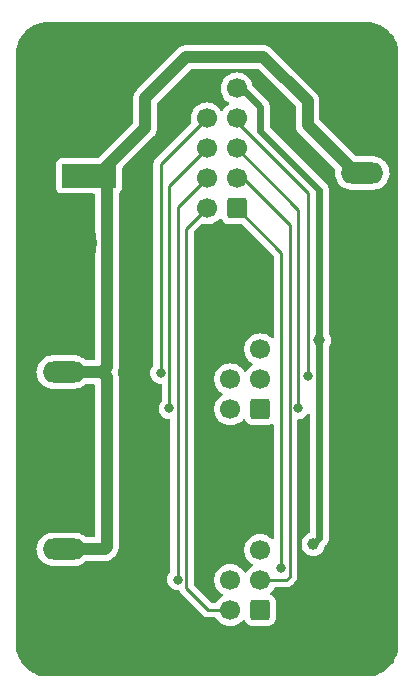
<source format=gbr>
%TF.GenerationSoftware,KiCad,Pcbnew,(7.0.0)*%
%TF.CreationDate,2023-04-03T13:39:18+09:00*%
%TF.ProjectId,STEP800_brakeConverter,53544550-3830-4305-9f62-72616b65436f,rev?*%
%TF.SameCoordinates,Original*%
%TF.FileFunction,Copper,L1,Top*%
%TF.FilePolarity,Positive*%
%FSLAX46Y46*%
G04 Gerber Fmt 4.6, Leading zero omitted, Abs format (unit mm)*
G04 Created by KiCad (PCBNEW (7.0.0)) date 2023-04-03 13:39:18*
%MOMM*%
%LPD*%
G01*
G04 APERTURE LIST*
G04 Aperture macros list*
%AMRoundRect*
0 Rectangle with rounded corners*
0 $1 Rounding radius*
0 $2 $3 $4 $5 $6 $7 $8 $9 X,Y pos of 4 corners*
0 Add a 4 corners polygon primitive as box body*
4,1,4,$2,$3,$4,$5,$6,$7,$8,$9,$2,$3,0*
0 Add four circle primitives for the rounded corners*
1,1,$1+$1,$2,$3*
1,1,$1+$1,$4,$5*
1,1,$1+$1,$6,$7*
1,1,$1+$1,$8,$9*
0 Add four rect primitives between the rounded corners*
20,1,$1+$1,$2,$3,$4,$5,0*
20,1,$1+$1,$4,$5,$6,$7,0*
20,1,$1+$1,$6,$7,$8,$9,0*
20,1,$1+$1,$8,$9,$2,$3,0*%
G04 Aperture macros list end*
%TA.AperFunction,ComponentPad*%
%ADD10C,3.600000*%
%TD*%
%TA.AperFunction,ConnectorPad*%
%ADD11C,6.400000*%
%TD*%
%TA.AperFunction,ComponentPad*%
%ADD12R,4.600000X2.000000*%
%TD*%
%TA.AperFunction,ComponentPad*%
%ADD13O,4.200000X2.000000*%
%TD*%
%TA.AperFunction,ComponentPad*%
%ADD14O,2.000000X4.200000*%
%TD*%
%TA.AperFunction,ComponentPad*%
%ADD15RoundRect,0.250000X0.600000X0.600000X-0.600000X0.600000X-0.600000X-0.600000X0.600000X-0.600000X0*%
%TD*%
%TA.AperFunction,ComponentPad*%
%ADD16C,1.700000*%
%TD*%
%TA.AperFunction,ComponentPad*%
%ADD17RoundRect,0.250000X-1.550000X0.650000X-1.550000X-0.650000X1.550000X-0.650000X1.550000X0.650000X0*%
%TD*%
%TA.AperFunction,ComponentPad*%
%ADD18O,3.600000X1.800000*%
%TD*%
%TA.AperFunction,ComponentPad*%
%ADD19RoundRect,0.250000X1.550000X-0.650000X1.550000X0.650000X-1.550000X0.650000X-1.550000X-0.650000X0*%
%TD*%
%TA.AperFunction,ViaPad*%
%ADD20C,0.800000*%
%TD*%
%TA.AperFunction,ViaPad*%
%ADD21C,1.000000*%
%TD*%
%TA.AperFunction,Conductor*%
%ADD22C,1.000000*%
%TD*%
%TA.AperFunction,Conductor*%
%ADD23C,0.600000*%
%TD*%
%TA.AperFunction,Conductor*%
%ADD24C,0.250000*%
%TD*%
G04 APERTURE END LIST*
D10*
%TO.P,H1,1,1*%
%TO.N,GND*%
X84000000Y-136000000D03*
D11*
X84000000Y-136000000D03*
%TD*%
D12*
%TO.P,J4,1*%
%TO.N,Net-(J5-Pin_2)*%
X86499999Y-97299999D03*
D13*
%TO.P,J4,2*%
%TO.N,GND*%
X86499999Y-90999999D03*
D14*
%TO.P,J4,3*%
X81699999Y-94399999D03*
%TD*%
D10*
%TO.P,H3,1,1*%
%TO.N,GND*%
X84000000Y-103000000D03*
D11*
X84000000Y-103000000D03*
%TD*%
%TO.P,H2,1,1*%
%TO.N,GND*%
X109000000Y-88000000D03*
D10*
X109000000Y-88000000D03*
%TD*%
D15*
%TO.P,J3,1,Pin_1*%
%TO.N,Net-(J1-Pin_5)*%
X101000000Y-117080000D03*
D16*
%TO.P,J3,2,Pin_2*%
%TO.N,Net-(J1-Pin_6)*%
X98460000Y-117080000D03*
%TO.P,J3,3,Pin_3*%
%TO.N,Net-(J1-Pin_7)*%
X101000000Y-114540000D03*
%TO.P,J3,4,Pin_4*%
%TO.N,Net-(J1-Pin_8)*%
X98460000Y-114540000D03*
%TO.P,J3,5,Pin_5*%
%TO.N,+3.3V*%
X101000000Y-112000000D03*
%TO.P,J3,6,Pin_6*%
%TO.N,GND*%
X98460000Y-112000000D03*
%TD*%
D10*
%TO.P,H4,1,1*%
%TO.N,GND*%
X109000000Y-136000000D03*
D11*
X109000000Y-136000000D03*
%TD*%
D17*
%TO.P,J6,1,Pin_1*%
%TO.N,GND*%
X84357500Y-110112500D03*
D18*
%TO.P,J6,2,Pin_2*%
%TO.N,Net-(J5-Pin_2)*%
X84357499Y-113922499D03*
%TD*%
D15*
%TO.P,J2,1,Pin_1*%
%TO.N,Net-(J1-Pin_1)*%
X101000000Y-134080000D03*
D16*
%TO.P,J2,2,Pin_2*%
%TO.N,Net-(J1-Pin_2)*%
X98460000Y-134080000D03*
%TO.P,J2,3,Pin_3*%
%TO.N,Net-(J1-Pin_3)*%
X101000000Y-131540000D03*
%TO.P,J2,4,Pin_4*%
%TO.N,Net-(J1-Pin_4)*%
X98460000Y-131540000D03*
%TO.P,J2,5,Pin_5*%
%TO.N,+3.3V*%
X101000000Y-129000000D03*
%TO.P,J2,6,Pin_6*%
%TO.N,GND*%
X98460000Y-129000000D03*
%TD*%
D15*
%TO.P,J1,1,Pin_1*%
%TO.N,Net-(J1-Pin_1)*%
X99000000Y-100080000D03*
D16*
%TO.P,J1,2,Pin_2*%
%TO.N,Net-(J1-Pin_2)*%
X96460000Y-100080000D03*
%TO.P,J1,3,Pin_3*%
%TO.N,Net-(J1-Pin_3)*%
X99000000Y-97540000D03*
%TO.P,J1,4,Pin_4*%
%TO.N,Net-(J1-Pin_4)*%
X96460000Y-97540000D03*
%TO.P,J1,5,Pin_5*%
%TO.N,Net-(J1-Pin_5)*%
X99000000Y-95000000D03*
%TO.P,J1,6,Pin_6*%
%TO.N,Net-(J1-Pin_6)*%
X96460000Y-95000000D03*
%TO.P,J1,7,Pin_7*%
%TO.N,Net-(J1-Pin_7)*%
X99000000Y-92460000D03*
%TO.P,J1,8,Pin_8*%
%TO.N,Net-(J1-Pin_8)*%
X96460000Y-92460000D03*
%TO.P,J1,9,Pin_9*%
%TO.N,+3.3V*%
X99000000Y-89920000D03*
%TO.P,J1,10,Pin_10*%
%TO.N,GND*%
X96460000Y-89920000D03*
%TD*%
D19*
%TO.P,J5,1,Pin_1*%
%TO.N,GND*%
X109642500Y-100887500D03*
D18*
%TO.P,J5,2,Pin_2*%
%TO.N,Net-(J5-Pin_2)*%
X109642499Y-97077499D03*
%TD*%
D17*
%TO.P,J7,1,Pin_1*%
%TO.N,GND*%
X84357500Y-125112500D03*
D18*
%TO.P,J7,2,Pin_2*%
%TO.N,Net-(J5-Pin_2)*%
X84357499Y-128922499D03*
%TD*%
D20*
%TO.N,Net-(J1-Pin_1)*%
X102775500Y-130500000D03*
%TO.N,Net-(J1-Pin_4)*%
X94025500Y-131500000D03*
%TO.N,Net-(J1-Pin_5)*%
X104224500Y-117000000D03*
%TO.N,Net-(J1-Pin_6)*%
X93301000Y-117000000D03*
%TO.N,Net-(J1-Pin_7)*%
X105000000Y-114250000D03*
%TO.N,Net-(J1-Pin_8)*%
X92576500Y-114000000D03*
D21*
%TO.N,+3.3V*%
X105500000Y-128500000D03*
X106000000Y-111250000D03*
%TD*%
D22*
%TO.N,Net-(J5-Pin_2)*%
X91250000Y-93250000D02*
X87200000Y-97300000D01*
X105000000Y-91000000D02*
X101250000Y-87250000D01*
X105000000Y-93000000D02*
X105000000Y-91000000D01*
X101250000Y-87250000D02*
X94750000Y-87250000D01*
X94750000Y-87250000D02*
X91250000Y-90750000D01*
X109077500Y-97077500D02*
X105000000Y-93000000D01*
X91250000Y-90750000D02*
X91250000Y-93250000D01*
X109642500Y-97077500D02*
X109077500Y-97077500D01*
D23*
%TO.N,+3.3V*%
X106000000Y-98500000D02*
X106000000Y-128000000D01*
X101000000Y-93500000D02*
X106000000Y-98500000D01*
X101000000Y-91500000D02*
X101000000Y-93500000D01*
X106000000Y-128000000D02*
X105500000Y-128500000D01*
X99420000Y-89920000D02*
X101000000Y-91500000D01*
X99000000Y-89920000D02*
X99420000Y-89920000D01*
D24*
%TO.N,Net-(J1-Pin_7)*%
X105000000Y-98730000D02*
X105000000Y-114250000D01*
X99000000Y-92730000D02*
X105000000Y-98730000D01*
X99000000Y-92460000D02*
X99000000Y-92730000D01*
%TO.N,Net-(J1-Pin_5)*%
X104224500Y-117000000D02*
X104224500Y-100224500D01*
X104224500Y-100224500D02*
X99000000Y-95000000D01*
%TO.N,Net-(J1-Pin_3)*%
X103210000Y-131540000D02*
X101000000Y-131540000D01*
X103500000Y-131250000D02*
X103210000Y-131540000D01*
X99540000Y-97540000D02*
X103500000Y-101500000D01*
X99000000Y-97540000D02*
X99540000Y-97540000D01*
X103500000Y-101500000D02*
X103500000Y-131250000D01*
D22*
%TO.N,Net-(J5-Pin_2)*%
X87200000Y-97300000D02*
X88000000Y-98100000D01*
X86500000Y-97300000D02*
X87200000Y-97300000D01*
X88000000Y-114345000D02*
X87577500Y-113922500D01*
X88000000Y-128750000D02*
X88000000Y-114345000D01*
X84357500Y-128922500D02*
X87827500Y-128922500D01*
X87827500Y-128922500D02*
X88000000Y-128750000D01*
X87577500Y-113922500D02*
X88000000Y-113500000D01*
X84357500Y-113922500D02*
X87577500Y-113922500D01*
X88000000Y-113500000D02*
X88000000Y-98100000D01*
D24*
%TO.N,GND*%
X98460000Y-112000000D02*
X96500000Y-112000000D01*
X96500000Y-112000000D02*
X96500000Y-128750000D01*
X96500000Y-128750000D02*
X96750000Y-129000000D01*
X96750000Y-129000000D02*
X98460000Y-129000000D01*
%TO.N,Net-(J1-Pin_1)*%
X99000000Y-100080000D02*
X102775500Y-103855500D01*
X102775500Y-103855500D02*
X102775500Y-130500000D01*
%TO.N,Net-(J1-Pin_2)*%
X96580000Y-134080000D02*
X98460000Y-134080000D01*
X94750000Y-101790000D02*
X94750000Y-132250000D01*
X94750000Y-132250000D02*
X96580000Y-134080000D01*
X96460000Y-100080000D02*
X94750000Y-101790000D01*
%TO.N,Net-(J1-Pin_4)*%
X94025500Y-99974500D02*
X94025500Y-131500000D01*
X96460000Y-97540000D02*
X94025500Y-99974500D01*
%TO.N,Net-(J1-Pin_6)*%
X93301000Y-98159000D02*
X93301000Y-117000000D01*
X96460000Y-95000000D02*
X93301000Y-98159000D01*
%TO.N,Net-(J1-Pin_8)*%
X92576500Y-96343500D02*
X92576500Y-114000000D01*
X96460000Y-92460000D02*
X92576500Y-96343500D01*
D22*
%TO.N,Net-(J5-Pin_2)*%
X86450000Y-97750000D02*
X86000000Y-97300000D01*
%TD*%
%TA.AperFunction,Conductor*%
%TO.N,GND*%
G36*
X97676210Y-100935982D02*
G01*
X97709454Y-100986122D01*
X97709862Y-100985933D01*
X97711125Y-100988643D01*
X97712160Y-100990203D01*
X97715186Y-100999334D01*
X97718977Y-101005480D01*
X97803497Y-101142511D01*
X97803500Y-101142515D01*
X97807288Y-101148656D01*
X97931344Y-101272712D01*
X97937485Y-101276500D01*
X97937488Y-101276502D01*
X97994558Y-101311702D01*
X98080666Y-101364814D01*
X98247203Y-101419999D01*
X98349991Y-101430500D01*
X99414546Y-101430499D01*
X99461999Y-101439938D01*
X99502227Y-101466818D01*
X102113681Y-104078272D01*
X102140561Y-104118500D01*
X102150000Y-104165953D01*
X102150000Y-110940742D01*
X102136485Y-110997037D01*
X102098885Y-111041060D01*
X102045398Y-111063215D01*
X101987682Y-111058673D01*
X101938319Y-111028423D01*
X101875232Y-110965336D01*
X101875230Y-110965334D01*
X101871401Y-110961505D01*
X101866970Y-110958402D01*
X101866966Y-110958399D01*
X101682259Y-110829066D01*
X101682257Y-110829064D01*
X101677830Y-110825965D01*
X101672933Y-110823681D01*
X101672927Y-110823678D01*
X101468572Y-110728386D01*
X101468570Y-110728385D01*
X101463663Y-110726097D01*
X101458438Y-110724697D01*
X101458430Y-110724694D01*
X101240634Y-110666337D01*
X101240630Y-110666336D01*
X101235408Y-110664937D01*
X101230020Y-110664465D01*
X101230017Y-110664465D01*
X101005395Y-110644813D01*
X101000000Y-110644341D01*
X100994605Y-110644813D01*
X100769982Y-110664465D01*
X100769977Y-110664465D01*
X100764592Y-110664937D01*
X100759371Y-110666335D01*
X100759365Y-110666337D01*
X100541569Y-110724694D01*
X100541557Y-110724698D01*
X100536337Y-110726097D01*
X100531432Y-110728383D01*
X100531427Y-110728386D01*
X100327081Y-110823675D01*
X100327077Y-110823677D01*
X100322171Y-110825965D01*
X100317738Y-110829068D01*
X100317731Y-110829073D01*
X100133034Y-110958399D01*
X100133029Y-110958402D01*
X100128599Y-110961505D01*
X100124775Y-110965328D01*
X100124769Y-110965334D01*
X99965334Y-111124769D01*
X99965328Y-111124775D01*
X99961505Y-111128599D01*
X99958402Y-111133029D01*
X99958399Y-111133034D01*
X99829073Y-111317731D01*
X99829068Y-111317738D01*
X99825965Y-111322171D01*
X99823677Y-111327077D01*
X99823675Y-111327081D01*
X99728386Y-111531427D01*
X99728383Y-111531432D01*
X99726097Y-111536337D01*
X99724698Y-111541557D01*
X99724694Y-111541569D01*
X99666337Y-111759365D01*
X99666335Y-111759371D01*
X99664937Y-111764592D01*
X99664465Y-111769977D01*
X99664465Y-111769982D01*
X99661092Y-111808538D01*
X99644341Y-112000000D01*
X99664937Y-112235408D01*
X99666336Y-112240630D01*
X99666337Y-112240634D01*
X99724694Y-112458430D01*
X99724697Y-112458438D01*
X99726097Y-112463663D01*
X99728385Y-112468570D01*
X99728386Y-112468572D01*
X99823678Y-112672927D01*
X99823681Y-112672933D01*
X99825965Y-112677830D01*
X99829064Y-112682257D01*
X99829066Y-112682259D01*
X99958399Y-112866966D01*
X99958402Y-112866970D01*
X99961505Y-112871401D01*
X100128599Y-113038495D01*
X100133032Y-113041599D01*
X100133038Y-113041604D01*
X100314158Y-113168425D01*
X100353024Y-113212743D01*
X100367035Y-113270000D01*
X100353024Y-113327257D01*
X100314159Y-113371575D01*
X100133041Y-113498395D01*
X100128599Y-113501505D01*
X100124775Y-113505328D01*
X100124769Y-113505334D01*
X99965334Y-113664769D01*
X99965328Y-113664775D01*
X99961505Y-113668599D01*
X99958402Y-113673029D01*
X99958399Y-113673034D01*
X99831575Y-113854159D01*
X99787257Y-113893025D01*
X99730000Y-113907036D01*
X99672743Y-113893025D01*
X99628425Y-113854159D01*
X99615881Y-113836244D01*
X99498495Y-113668599D01*
X99331401Y-113501505D01*
X99326970Y-113498402D01*
X99326966Y-113498399D01*
X99142259Y-113369066D01*
X99142257Y-113369064D01*
X99137830Y-113365965D01*
X99132933Y-113363681D01*
X99132927Y-113363678D01*
X98928572Y-113268386D01*
X98928570Y-113268385D01*
X98923663Y-113266097D01*
X98918438Y-113264697D01*
X98918430Y-113264694D01*
X98700634Y-113206337D01*
X98700630Y-113206336D01*
X98695408Y-113204937D01*
X98690020Y-113204465D01*
X98690017Y-113204465D01*
X98465395Y-113184813D01*
X98460000Y-113184341D01*
X98454605Y-113184813D01*
X98229982Y-113204465D01*
X98229977Y-113204465D01*
X98224592Y-113204937D01*
X98219371Y-113206335D01*
X98219365Y-113206337D01*
X98001569Y-113264694D01*
X98001557Y-113264698D01*
X97996337Y-113266097D01*
X97991432Y-113268383D01*
X97991427Y-113268386D01*
X97787081Y-113363675D01*
X97787077Y-113363677D01*
X97782171Y-113365965D01*
X97777738Y-113369068D01*
X97777731Y-113369073D01*
X97593034Y-113498399D01*
X97593029Y-113498402D01*
X97588599Y-113501505D01*
X97584775Y-113505328D01*
X97584769Y-113505334D01*
X97425334Y-113664769D01*
X97425328Y-113664775D01*
X97421505Y-113668599D01*
X97418402Y-113673029D01*
X97418399Y-113673034D01*
X97289073Y-113857731D01*
X97289068Y-113857738D01*
X97285965Y-113862171D01*
X97283677Y-113867077D01*
X97283675Y-113867081D01*
X97188386Y-114071427D01*
X97188383Y-114071432D01*
X97186097Y-114076337D01*
X97184698Y-114081557D01*
X97184694Y-114081569D01*
X97126337Y-114299365D01*
X97126335Y-114299371D01*
X97124937Y-114304592D01*
X97124465Y-114309977D01*
X97124465Y-114309982D01*
X97118872Y-114373910D01*
X97104341Y-114540000D01*
X97104813Y-114545395D01*
X97123439Y-114758295D01*
X97124937Y-114775408D01*
X97126336Y-114780630D01*
X97126337Y-114780634D01*
X97184694Y-114998430D01*
X97184697Y-114998438D01*
X97186097Y-115003663D01*
X97188385Y-115008570D01*
X97188386Y-115008572D01*
X97283678Y-115212927D01*
X97283681Y-115212933D01*
X97285965Y-115217830D01*
X97289064Y-115222257D01*
X97289066Y-115222259D01*
X97418399Y-115406966D01*
X97418402Y-115406970D01*
X97421505Y-115411401D01*
X97588599Y-115578495D01*
X97593032Y-115581599D01*
X97593038Y-115581604D01*
X97774158Y-115708425D01*
X97813024Y-115752743D01*
X97827035Y-115810000D01*
X97813024Y-115867257D01*
X97774159Y-115911575D01*
X97593041Y-116038395D01*
X97588599Y-116041505D01*
X97584775Y-116045328D01*
X97584769Y-116045334D01*
X97425334Y-116204769D01*
X97425328Y-116204775D01*
X97421505Y-116208599D01*
X97418402Y-116213029D01*
X97418399Y-116213034D01*
X97289073Y-116397731D01*
X97289068Y-116397738D01*
X97285965Y-116402171D01*
X97283677Y-116407077D01*
X97283675Y-116407081D01*
X97188386Y-116611427D01*
X97188383Y-116611432D01*
X97186097Y-116616337D01*
X97184698Y-116621557D01*
X97184694Y-116621569D01*
X97126337Y-116839365D01*
X97126335Y-116839371D01*
X97124937Y-116844592D01*
X97104341Y-117080000D01*
X97124937Y-117315408D01*
X97126336Y-117320630D01*
X97126337Y-117320634D01*
X97184694Y-117538430D01*
X97184697Y-117538438D01*
X97186097Y-117543663D01*
X97188385Y-117548570D01*
X97188386Y-117548572D01*
X97283678Y-117752927D01*
X97283681Y-117752933D01*
X97285965Y-117757830D01*
X97289064Y-117762257D01*
X97289066Y-117762259D01*
X97418399Y-117946966D01*
X97418402Y-117946970D01*
X97421505Y-117951401D01*
X97588599Y-118118495D01*
X97782170Y-118254035D01*
X97996337Y-118353903D01*
X98224592Y-118415063D01*
X98460000Y-118435659D01*
X98695408Y-118415063D01*
X98923663Y-118353903D01*
X99137830Y-118254035D01*
X99331401Y-118118495D01*
X99498495Y-117951401D01*
X99500154Y-117949030D01*
X99552891Y-117912388D01*
X99617757Y-117907423D01*
X99676210Y-117935982D01*
X99709454Y-117986122D01*
X99709862Y-117985933D01*
X99711125Y-117988643D01*
X99712160Y-117990203D01*
X99715186Y-117999334D01*
X99718977Y-118005480D01*
X99803497Y-118142511D01*
X99803500Y-118142515D01*
X99807288Y-118148656D01*
X99931344Y-118272712D01*
X99937485Y-118276500D01*
X99937488Y-118276502D01*
X99994558Y-118311702D01*
X100080666Y-118364814D01*
X100247203Y-118419999D01*
X100349991Y-118430500D01*
X101650008Y-118430499D01*
X101752797Y-118419999D01*
X101919334Y-118364814D01*
X101944933Y-118349023D01*
X101960904Y-118339174D01*
X102023296Y-118320742D01*
X102086432Y-118336436D01*
X102132934Y-118381934D01*
X102150000Y-118444713D01*
X102150000Y-127940742D01*
X102136485Y-127997037D01*
X102098885Y-128041060D01*
X102045398Y-128063215D01*
X101987682Y-128058673D01*
X101938319Y-128028423D01*
X101875232Y-127965336D01*
X101875230Y-127965334D01*
X101871401Y-127961505D01*
X101866970Y-127958402D01*
X101866966Y-127958399D01*
X101682259Y-127829066D01*
X101682257Y-127829064D01*
X101677830Y-127825965D01*
X101672933Y-127823681D01*
X101672927Y-127823678D01*
X101468572Y-127728386D01*
X101468570Y-127728385D01*
X101463663Y-127726097D01*
X101458438Y-127724697D01*
X101458430Y-127724694D01*
X101240634Y-127666337D01*
X101240630Y-127666336D01*
X101235408Y-127664937D01*
X101230020Y-127664465D01*
X101230017Y-127664465D01*
X101005395Y-127644813D01*
X101000000Y-127644341D01*
X100994605Y-127644813D01*
X100769982Y-127664465D01*
X100769977Y-127664465D01*
X100764592Y-127664937D01*
X100759371Y-127666335D01*
X100759365Y-127666337D01*
X100541569Y-127724694D01*
X100541557Y-127724698D01*
X100536337Y-127726097D01*
X100531432Y-127728383D01*
X100531427Y-127728386D01*
X100327081Y-127823675D01*
X100327077Y-127823677D01*
X100322171Y-127825965D01*
X100317738Y-127829068D01*
X100317731Y-127829073D01*
X100133034Y-127958399D01*
X100133029Y-127958402D01*
X100128599Y-127961505D01*
X100124775Y-127965328D01*
X100124769Y-127965334D01*
X99965334Y-128124769D01*
X99965328Y-128124775D01*
X99961505Y-128128599D01*
X99958402Y-128133029D01*
X99958399Y-128133034D01*
X99829073Y-128317731D01*
X99829068Y-128317738D01*
X99825965Y-128322171D01*
X99823677Y-128327077D01*
X99823675Y-128327081D01*
X99728386Y-128531427D01*
X99728383Y-128531432D01*
X99726097Y-128536337D01*
X99724698Y-128541557D01*
X99724694Y-128541569D01*
X99666337Y-128759365D01*
X99666335Y-128759371D01*
X99664937Y-128764592D01*
X99664465Y-128769977D01*
X99664465Y-128769982D01*
X99654936Y-128878899D01*
X99644341Y-129000000D01*
X99644813Y-129005395D01*
X99655106Y-129123049D01*
X99664937Y-129235408D01*
X99666336Y-129240630D01*
X99666337Y-129240634D01*
X99724694Y-129458430D01*
X99724697Y-129458438D01*
X99726097Y-129463663D01*
X99728385Y-129468570D01*
X99728386Y-129468572D01*
X99823678Y-129672927D01*
X99823681Y-129672933D01*
X99825965Y-129677830D01*
X99829064Y-129682257D01*
X99829066Y-129682259D01*
X99958399Y-129866966D01*
X99958402Y-129866970D01*
X99961505Y-129871401D01*
X100128599Y-130038495D01*
X100133032Y-130041599D01*
X100133038Y-130041604D01*
X100314158Y-130168425D01*
X100353024Y-130212743D01*
X100367035Y-130270000D01*
X100353024Y-130327257D01*
X100314158Y-130371575D01*
X100128599Y-130501505D01*
X100124775Y-130505328D01*
X100124769Y-130505334D01*
X99965334Y-130664769D01*
X99965328Y-130664775D01*
X99961505Y-130668599D01*
X99958402Y-130673029D01*
X99958399Y-130673034D01*
X99831575Y-130854159D01*
X99787257Y-130893025D01*
X99730000Y-130907036D01*
X99672743Y-130893025D01*
X99628425Y-130854159D01*
X99501600Y-130673034D01*
X99498495Y-130668599D01*
X99331401Y-130501505D01*
X99326970Y-130498402D01*
X99326966Y-130498399D01*
X99142259Y-130369066D01*
X99142257Y-130369064D01*
X99137830Y-130365965D01*
X99132933Y-130363681D01*
X99132927Y-130363678D01*
X98928572Y-130268386D01*
X98928570Y-130268385D01*
X98923663Y-130266097D01*
X98918438Y-130264697D01*
X98918430Y-130264694D01*
X98700634Y-130206337D01*
X98700630Y-130206336D01*
X98695408Y-130204937D01*
X98690020Y-130204465D01*
X98690017Y-130204465D01*
X98465395Y-130184813D01*
X98460000Y-130184341D01*
X98454605Y-130184813D01*
X98229982Y-130204465D01*
X98229977Y-130204465D01*
X98224592Y-130204937D01*
X98219371Y-130206335D01*
X98219365Y-130206337D01*
X98001569Y-130264694D01*
X98001557Y-130264698D01*
X97996337Y-130266097D01*
X97991432Y-130268383D01*
X97991427Y-130268386D01*
X97787081Y-130363675D01*
X97787077Y-130363677D01*
X97782171Y-130365965D01*
X97777738Y-130369068D01*
X97777731Y-130369073D01*
X97593034Y-130498399D01*
X97593029Y-130498402D01*
X97588599Y-130501505D01*
X97584775Y-130505328D01*
X97584769Y-130505334D01*
X97425334Y-130664769D01*
X97425328Y-130664775D01*
X97421505Y-130668599D01*
X97418402Y-130673029D01*
X97418399Y-130673034D01*
X97289073Y-130857731D01*
X97289068Y-130857738D01*
X97285965Y-130862171D01*
X97283677Y-130867077D01*
X97283675Y-130867081D01*
X97188386Y-131071427D01*
X97188383Y-131071432D01*
X97186097Y-131076337D01*
X97184698Y-131081557D01*
X97184694Y-131081569D01*
X97126337Y-131299365D01*
X97126335Y-131299371D01*
X97124937Y-131304592D01*
X97124465Y-131309977D01*
X97124465Y-131309982D01*
X97109407Y-131482092D01*
X97104341Y-131540000D01*
X97104813Y-131545395D01*
X97117852Y-131694435D01*
X97124937Y-131775408D01*
X97126336Y-131780630D01*
X97126337Y-131780634D01*
X97184694Y-131998430D01*
X97184697Y-131998438D01*
X97186097Y-132003663D01*
X97188385Y-132008570D01*
X97188386Y-132008572D01*
X97283678Y-132212927D01*
X97283681Y-132212933D01*
X97285965Y-132217830D01*
X97289064Y-132222257D01*
X97289066Y-132222259D01*
X97418399Y-132406966D01*
X97418402Y-132406970D01*
X97421505Y-132411401D01*
X97588599Y-132578495D01*
X97593032Y-132581599D01*
X97593038Y-132581604D01*
X97774158Y-132708425D01*
X97813024Y-132752743D01*
X97827035Y-132810000D01*
X97813024Y-132867257D01*
X97774159Y-132911575D01*
X97593041Y-133038395D01*
X97588599Y-133041505D01*
X97584775Y-133045328D01*
X97584769Y-133045334D01*
X97425334Y-133204769D01*
X97425328Y-133204775D01*
X97421505Y-133208599D01*
X97418402Y-133213029D01*
X97418399Y-133213034D01*
X97286349Y-133401623D01*
X97242031Y-133440489D01*
X97184774Y-133454500D01*
X96890452Y-133454500D01*
X96842999Y-133445061D01*
X96802771Y-133418181D01*
X95411819Y-132027228D01*
X95384939Y-131987000D01*
X95375500Y-131939547D01*
X95375500Y-102100452D01*
X95384939Y-102052999D01*
X95411819Y-102012771D01*
X95439897Y-101984692D01*
X96004353Y-101420235D01*
X96059938Y-101388143D01*
X96124126Y-101388143D01*
X96224592Y-101415063D01*
X96460000Y-101435659D01*
X96695408Y-101415063D01*
X96923663Y-101353903D01*
X97137830Y-101254035D01*
X97331401Y-101118495D01*
X97498495Y-100951401D01*
X97500154Y-100949030D01*
X97552891Y-100912388D01*
X97617757Y-100907423D01*
X97676210Y-100935982D01*
G37*
%TD.AperFunction*%
%TA.AperFunction,Conductor*%
G36*
X110003472Y-84300695D02*
G01*
X110295306Y-84317084D01*
X110309103Y-84318638D01*
X110593827Y-84367015D01*
X110607384Y-84370109D01*
X110884899Y-84450060D01*
X110898025Y-84454653D01*
X111164841Y-84565172D01*
X111177355Y-84571198D01*
X111343444Y-84662992D01*
X111430125Y-84710899D01*
X111441899Y-84718297D01*
X111677430Y-84885415D01*
X111688302Y-84894085D01*
X111903642Y-85086524D01*
X111913475Y-85096357D01*
X112105914Y-85311697D01*
X112114584Y-85322569D01*
X112281702Y-85558100D01*
X112289100Y-85569874D01*
X112428797Y-85822637D01*
X112434830Y-85835165D01*
X112545346Y-86101975D01*
X112549939Y-86115100D01*
X112629890Y-86392615D01*
X112632984Y-86406172D01*
X112681359Y-86690885D01*
X112682916Y-86704703D01*
X112699305Y-86996528D01*
X112699500Y-87003481D01*
X112699500Y-136996519D01*
X112699305Y-137003472D01*
X112682916Y-137295296D01*
X112681359Y-137309114D01*
X112632984Y-137593827D01*
X112629890Y-137607384D01*
X112549939Y-137884899D01*
X112545346Y-137898024D01*
X112434830Y-138164834D01*
X112428797Y-138177362D01*
X112289100Y-138430125D01*
X112281702Y-138441899D01*
X112114584Y-138677430D01*
X112105914Y-138688302D01*
X111913475Y-138903642D01*
X111903642Y-138913475D01*
X111688302Y-139105914D01*
X111677430Y-139114584D01*
X111441899Y-139281702D01*
X111430125Y-139289100D01*
X111177362Y-139428797D01*
X111164834Y-139434830D01*
X110898024Y-139545346D01*
X110884899Y-139549939D01*
X110607384Y-139629890D01*
X110593827Y-139632984D01*
X110309114Y-139681359D01*
X110295296Y-139682916D01*
X110003472Y-139699305D01*
X109996519Y-139699500D01*
X83003481Y-139699500D01*
X82996528Y-139699305D01*
X82704703Y-139682916D01*
X82690885Y-139681359D01*
X82406172Y-139632984D01*
X82392615Y-139629890D01*
X82115100Y-139549939D01*
X82101975Y-139545346D01*
X81835165Y-139434830D01*
X81822637Y-139428797D01*
X81569874Y-139289100D01*
X81558100Y-139281702D01*
X81322569Y-139114584D01*
X81311697Y-139105914D01*
X81096357Y-138913475D01*
X81086524Y-138903642D01*
X80894085Y-138688302D01*
X80885415Y-138677430D01*
X80718297Y-138441899D01*
X80710899Y-138430125D01*
X80571202Y-138177362D01*
X80565172Y-138164841D01*
X80454653Y-137898024D01*
X80450060Y-137884899D01*
X80370109Y-137607384D01*
X80367015Y-137593827D01*
X80353965Y-137517020D01*
X80318638Y-137309103D01*
X80317084Y-137295306D01*
X80300695Y-137003472D01*
X80300500Y-136996519D01*
X80300500Y-128862846D01*
X82053202Y-128862846D01*
X82053425Y-128868100D01*
X82053425Y-128868105D01*
X82063013Y-129093813D01*
X82063320Y-129101032D01*
X82064427Y-129106173D01*
X82064429Y-129106181D01*
X82099621Y-129269471D01*
X82113546Y-129334081D01*
X82115511Y-129338971D01*
X82182364Y-129505341D01*
X82202436Y-129555290D01*
X82205192Y-129559766D01*
X82205193Y-129559768D01*
X82324672Y-129753815D01*
X82324675Y-129753819D01*
X82327431Y-129758295D01*
X82330904Y-129762241D01*
X82330907Y-129762245D01*
X82347782Y-129781418D01*
X82484936Y-129937255D01*
X82670420Y-130087023D01*
X82878546Y-130203290D01*
X83103329Y-130282711D01*
X83338300Y-130323000D01*
X85314366Y-130323000D01*
X85316997Y-130323000D01*
X85495041Y-130307846D01*
X85725749Y-130247775D01*
X85942986Y-130149577D01*
X86140503Y-130016079D01*
X86201646Y-129957477D01*
X86241213Y-129931942D01*
X86287447Y-129923000D01*
X87813222Y-129923000D01*
X87816362Y-129923039D01*
X87903863Y-129925257D01*
X87961958Y-129914844D01*
X87971239Y-129913542D01*
X88029938Y-129907574D01*
X88058964Y-129898466D01*
X88074213Y-129894724D01*
X88104153Y-129889358D01*
X88158923Y-129867480D01*
X88167803Y-129864318D01*
X88224088Y-129846659D01*
X88250694Y-129831890D01*
X88264862Y-129825162D01*
X88293117Y-129813877D01*
X88342391Y-129781402D01*
X88350410Y-129776543D01*
X88402002Y-129747909D01*
X88413461Y-129738070D01*
X88425083Y-129728094D01*
X88437625Y-129718637D01*
X88463019Y-129701902D01*
X88504731Y-129660188D01*
X88511632Y-129653793D01*
X88556395Y-129615366D01*
X88575022Y-129591301D01*
X88585380Y-129579538D01*
X88697412Y-129467506D01*
X88699541Y-129465430D01*
X88763053Y-129405059D01*
X88796752Y-129356641D01*
X88802428Y-129349113D01*
X88810698Y-129338971D01*
X88839698Y-129303407D01*
X88853782Y-129276444D01*
X88861919Y-129263013D01*
X88875704Y-129243208D01*
X88875703Y-129243208D01*
X88879295Y-129238049D01*
X88902568Y-129183815D01*
X88906598Y-129175331D01*
X88930994Y-129128629D01*
X88933909Y-129123049D01*
X88942278Y-129093797D01*
X88947538Y-129079023D01*
X88959540Y-129051058D01*
X88971416Y-128993262D01*
X88973649Y-128984162D01*
X88989887Y-128927418D01*
X88992197Y-128897077D01*
X88994378Y-128881528D01*
X89000500Y-128851741D01*
X89000500Y-128792759D01*
X89000858Y-128783344D01*
X89002684Y-128759365D01*
X89005337Y-128724524D01*
X89001493Y-128694348D01*
X89000500Y-128678683D01*
X89000500Y-114359238D01*
X89000540Y-114356097D01*
X89001977Y-114299365D01*
X89002756Y-114268637D01*
X88992349Y-114210572D01*
X88991042Y-114201253D01*
X88989720Y-114188256D01*
X88985074Y-114142562D01*
X88975966Y-114113536D01*
X88972223Y-114098284D01*
X88967967Y-114074533D01*
X88967965Y-114074529D01*
X88966858Y-114068347D01*
X88964526Y-114062508D01*
X88944976Y-114013565D01*
X88941816Y-114004690D01*
X88940345Y-114000000D01*
X91671040Y-114000000D01*
X91671719Y-114006460D01*
X91690146Y-114181795D01*
X91690147Y-114181803D01*
X91690826Y-114188256D01*
X91692831Y-114194428D01*
X91692833Y-114194435D01*
X91747313Y-114362105D01*
X91749321Y-114368284D01*
X91843967Y-114532216D01*
X91970629Y-114672888D01*
X92123770Y-114784151D01*
X92296697Y-114861144D01*
X92481854Y-114900500D01*
X92488357Y-114900500D01*
X92551500Y-114900500D01*
X92613500Y-114917113D01*
X92658887Y-114962500D01*
X92675500Y-115024500D01*
X92675500Y-116301313D01*
X92667264Y-116345751D01*
X92643650Y-116384285D01*
X92572813Y-116462956D01*
X92572808Y-116462962D01*
X92568467Y-116467784D01*
X92565222Y-116473404D01*
X92565218Y-116473410D01*
X92477069Y-116626089D01*
X92477066Y-116626094D01*
X92473821Y-116631716D01*
X92471815Y-116637888D01*
X92471813Y-116637894D01*
X92417333Y-116805564D01*
X92417331Y-116805573D01*
X92415326Y-116811744D01*
X92414648Y-116818194D01*
X92414646Y-116818204D01*
X92396962Y-116986464D01*
X92395540Y-117000000D01*
X92396219Y-117006460D01*
X92414646Y-117181795D01*
X92414647Y-117181803D01*
X92415326Y-117188256D01*
X92417331Y-117194428D01*
X92417333Y-117194435D01*
X92456640Y-117315408D01*
X92473821Y-117368284D01*
X92568467Y-117532216D01*
X92572811Y-117537041D01*
X92572813Y-117537043D01*
X92690779Y-117668057D01*
X92695129Y-117672888D01*
X92848270Y-117784151D01*
X93021197Y-117861144D01*
X93206354Y-117900500D01*
X93212857Y-117900500D01*
X93276000Y-117900500D01*
X93338000Y-117917113D01*
X93383387Y-117962500D01*
X93400000Y-118024500D01*
X93400000Y-130801313D01*
X93391764Y-130845751D01*
X93368150Y-130884285D01*
X93297313Y-130962956D01*
X93297308Y-130962962D01*
X93292967Y-130967784D01*
X93289722Y-130973404D01*
X93289718Y-130973410D01*
X93201569Y-131126089D01*
X93201566Y-131126094D01*
X93198321Y-131131716D01*
X93196315Y-131137888D01*
X93196313Y-131137894D01*
X93141833Y-131305564D01*
X93141831Y-131305573D01*
X93139826Y-131311744D01*
X93139148Y-131318194D01*
X93139146Y-131318204D01*
X93123960Y-131462702D01*
X93120040Y-131500000D01*
X93120719Y-131506460D01*
X93139146Y-131681795D01*
X93139147Y-131681803D01*
X93139826Y-131688256D01*
X93141831Y-131694428D01*
X93141833Y-131694435D01*
X93196313Y-131862105D01*
X93198321Y-131868284D01*
X93201568Y-131873908D01*
X93201569Y-131873910D01*
X93284242Y-132017105D01*
X93292967Y-132032216D01*
X93297311Y-132037041D01*
X93297313Y-132037043D01*
X93412977Y-132165500D01*
X93419629Y-132172888D01*
X93424887Y-132176708D01*
X93424888Y-132176709D01*
X93474738Y-132212927D01*
X93572770Y-132284151D01*
X93745697Y-132361144D01*
X93930854Y-132400500D01*
X93937357Y-132400500D01*
X94049259Y-132400500D01*
X94100876Y-132411754D01*
X94143124Y-132443473D01*
X94166081Y-132485751D01*
X94166108Y-132485740D01*
X94166235Y-132486033D01*
X94168333Y-132489898D01*
X94171382Y-132500390D01*
X94175353Y-132507105D01*
X94175354Y-132507107D01*
X94181581Y-132517637D01*
X94190136Y-132535099D01*
X94194642Y-132546480D01*
X94194643Y-132546483D01*
X94197514Y-132553732D01*
X94212721Y-132574663D01*
X94223181Y-132589060D01*
X94229593Y-132598822D01*
X94247856Y-132629702D01*
X94247859Y-132629707D01*
X94251830Y-132636420D01*
X94257345Y-132641935D01*
X94265990Y-132650580D01*
X94278626Y-132665374D01*
X94285819Y-132675275D01*
X94285823Y-132675279D01*
X94290406Y-132681587D01*
X94296415Y-132686558D01*
X94296416Y-132686559D01*
X94324058Y-132709426D01*
X94332699Y-132717289D01*
X96082707Y-134467298D01*
X96090159Y-134475487D01*
X96094214Y-134481877D01*
X96143223Y-134527900D01*
X96146019Y-134530610D01*
X96165529Y-134550120D01*
X96168709Y-134552587D01*
X96177571Y-134560155D01*
X96191020Y-134572785D01*
X96203732Y-134584723D01*
X96203734Y-134584724D01*
X96209418Y-134590062D01*
X96216251Y-134593818D01*
X96216252Y-134593819D01*
X96226973Y-134599713D01*
X96243234Y-134610394D01*
X96259064Y-134622673D01*
X96299154Y-134640021D01*
X96309631Y-134645154D01*
X96347908Y-134666197D01*
X96364957Y-134670574D01*
X96367305Y-134671177D01*
X96385719Y-134677481D01*
X96404104Y-134685438D01*
X96447265Y-134692273D01*
X96458664Y-134694634D01*
X96500981Y-134705500D01*
X96521017Y-134705500D01*
X96540402Y-134707025D01*
X96560196Y-134710160D01*
X96598276Y-134706560D01*
X96603676Y-134706050D01*
X96615345Y-134705500D01*
X97184772Y-134705500D01*
X97242029Y-134719511D01*
X97286347Y-134758376D01*
X97418399Y-134946966D01*
X97418402Y-134946970D01*
X97421505Y-134951401D01*
X97588599Y-135118495D01*
X97782170Y-135254035D01*
X97996337Y-135353903D01*
X98224592Y-135415063D01*
X98460000Y-135435659D01*
X98695408Y-135415063D01*
X98923663Y-135353903D01*
X99137830Y-135254035D01*
X99331401Y-135118495D01*
X99498495Y-134951401D01*
X99500154Y-134949030D01*
X99552891Y-134912388D01*
X99617757Y-134907423D01*
X99676210Y-134935982D01*
X99709454Y-134986122D01*
X99709862Y-134985933D01*
X99711125Y-134988643D01*
X99712160Y-134990203D01*
X99715186Y-134999334D01*
X99718977Y-135005480D01*
X99803497Y-135142511D01*
X99803500Y-135142515D01*
X99807288Y-135148656D01*
X99931344Y-135272712D01*
X99937485Y-135276500D01*
X99937488Y-135276502D01*
X99994558Y-135311702D01*
X100080666Y-135364814D01*
X100247203Y-135419999D01*
X100349991Y-135430500D01*
X101650008Y-135430499D01*
X101752797Y-135419999D01*
X101919334Y-135364814D01*
X102068656Y-135272712D01*
X102192712Y-135148656D01*
X102284814Y-134999334D01*
X102339999Y-134832797D01*
X102350500Y-134730009D01*
X102350499Y-133429992D01*
X102339999Y-133327203D01*
X102284814Y-133160666D01*
X102213677Y-133045334D01*
X102196502Y-133017488D01*
X102196500Y-133017485D01*
X102192712Y-133011344D01*
X102068656Y-132887288D01*
X102062515Y-132883500D01*
X102062511Y-132883497D01*
X101925480Y-132798977D01*
X101919334Y-132795186D01*
X101912478Y-132792914D01*
X101910203Y-132792160D01*
X101908643Y-132791125D01*
X101905933Y-132789862D01*
X101906122Y-132789454D01*
X101855982Y-132756210D01*
X101827423Y-132697757D01*
X101832388Y-132632891D01*
X101869030Y-132580154D01*
X101871401Y-132578495D01*
X102038495Y-132411401D01*
X102125746Y-132286794D01*
X102173653Y-132218376D01*
X102217971Y-132179511D01*
X102275228Y-132165500D01*
X103132225Y-132165500D01*
X103143280Y-132166021D01*
X103150667Y-132167673D01*
X103217872Y-132165561D01*
X103221768Y-132165500D01*
X103245448Y-132165500D01*
X103249350Y-132165500D01*
X103253313Y-132164999D01*
X103264963Y-132164080D01*
X103308627Y-132162709D01*
X103327861Y-132157119D01*
X103346917Y-132153174D01*
X103366792Y-132150664D01*
X103407395Y-132134587D01*
X103418450Y-132130802D01*
X103460390Y-132118618D01*
X103477629Y-132108422D01*
X103495103Y-132099862D01*
X103506474Y-132095360D01*
X103506476Y-132095358D01*
X103513732Y-132092486D01*
X103549069Y-132066811D01*
X103558824Y-132060403D01*
X103596420Y-132038170D01*
X103610584Y-132024005D01*
X103625379Y-132011368D01*
X103641587Y-131999594D01*
X103669437Y-131965927D01*
X103677278Y-131957310D01*
X103887306Y-131747283D01*
X103895481Y-131739844D01*
X103901877Y-131735786D01*
X103947904Y-131686771D01*
X103950551Y-131684038D01*
X103970120Y-131664471D01*
X103972585Y-131661292D01*
X103980167Y-131652416D01*
X104010062Y-131620582D01*
X104019713Y-131603023D01*
X104030390Y-131586770D01*
X104042673Y-131570936D01*
X104060026Y-131530832D01*
X104065158Y-131520361D01*
X104082435Y-131488935D01*
X104082435Y-131488934D01*
X104086197Y-131482092D01*
X104091177Y-131462691D01*
X104097481Y-131444281D01*
X104105438Y-131425896D01*
X104112272Y-131382741D01*
X104114638Y-131371321D01*
X104123560Y-131336574D01*
X104125500Y-131329019D01*
X104125500Y-131308983D01*
X104127025Y-131289597D01*
X104130160Y-131269804D01*
X104126050Y-131226324D01*
X104125500Y-131214655D01*
X104125500Y-118024500D01*
X104142113Y-117962500D01*
X104187500Y-117917113D01*
X104249500Y-117900500D01*
X104312643Y-117900500D01*
X104319146Y-117900500D01*
X104504303Y-117861144D01*
X104677230Y-117784151D01*
X104830371Y-117672888D01*
X104957033Y-117532216D01*
X104968112Y-117513025D01*
X105013500Y-117467638D01*
X105075500Y-117451025D01*
X105137500Y-117467638D01*
X105182887Y-117513025D01*
X105199500Y-117575025D01*
X105199500Y-127454090D01*
X105190061Y-127501542D01*
X105163183Y-127541770D01*
X105122955Y-127568650D01*
X105121099Y-127569418D01*
X105115273Y-127571186D01*
X105109907Y-127574053D01*
X105109900Y-127574057D01*
X104946838Y-127661215D01*
X104946827Y-127661222D01*
X104941462Y-127664090D01*
X104936754Y-127667953D01*
X104936749Y-127667957D01*
X104793823Y-127785254D01*
X104793818Y-127785258D01*
X104789117Y-127789117D01*
X104785258Y-127793818D01*
X104785254Y-127793823D01*
X104667957Y-127936749D01*
X104667953Y-127936754D01*
X104664090Y-127941462D01*
X104661222Y-127946827D01*
X104661215Y-127946838D01*
X104574057Y-128109900D01*
X104574053Y-128109907D01*
X104571186Y-128115273D01*
X104569419Y-128121096D01*
X104569418Y-128121100D01*
X104515744Y-128298037D01*
X104515742Y-128298044D01*
X104513976Y-128303868D01*
X104513379Y-128309924D01*
X104513378Y-128309932D01*
X104501156Y-128434029D01*
X104494659Y-128500000D01*
X104495256Y-128506062D01*
X104513378Y-128690067D01*
X104513379Y-128690073D01*
X104513976Y-128696132D01*
X104515743Y-128701957D01*
X104515744Y-128701962D01*
X104563047Y-128857897D01*
X104571186Y-128884727D01*
X104574055Y-128890095D01*
X104574057Y-128890099D01*
X104661215Y-129053161D01*
X104661219Y-129053167D01*
X104664090Y-129058538D01*
X104667956Y-129063249D01*
X104667957Y-129063250D01*
X104759940Y-129175331D01*
X104789117Y-129210883D01*
X104941462Y-129335910D01*
X104946834Y-129338781D01*
X104946838Y-129338784D01*
X105078931Y-129409389D01*
X105115273Y-129428814D01*
X105303868Y-129486024D01*
X105500000Y-129505341D01*
X105696132Y-129486024D01*
X105884727Y-129428814D01*
X106058538Y-129335910D01*
X106210883Y-129210883D01*
X106335910Y-129058538D01*
X106428814Y-128884727D01*
X106486024Y-128696132D01*
X106487145Y-128684740D01*
X106498454Y-128643875D01*
X106522868Y-128609209D01*
X106597826Y-128534252D01*
X106597831Y-128534246D01*
X106624886Y-128507192D01*
X106624886Y-128507191D01*
X106629816Y-128502262D01*
X106650186Y-128469842D01*
X106658221Y-128458517D01*
X106682092Y-128428586D01*
X106698704Y-128394088D01*
X106705423Y-128381933D01*
X106725789Y-128349522D01*
X106728089Y-128342949D01*
X106738431Y-128313394D01*
X106743749Y-128300553D01*
X106760360Y-128266061D01*
X106768881Y-128228726D01*
X106772718Y-128215403D01*
X106785368Y-128179255D01*
X106789655Y-128141197D01*
X106791979Y-128127523D01*
X106800500Y-128090194D01*
X106800500Y-127909806D01*
X106800500Y-111896053D01*
X106807749Y-111854279D01*
X106828647Y-111817388D01*
X106828793Y-111817209D01*
X106835910Y-111808538D01*
X106928814Y-111634727D01*
X106986024Y-111446132D01*
X107005341Y-111250000D01*
X106986024Y-111053868D01*
X106928814Y-110865273D01*
X106906579Y-110823675D01*
X106838784Y-110696838D01*
X106838781Y-110696834D01*
X106835910Y-110691462D01*
X106828647Y-110682612D01*
X106807749Y-110645721D01*
X106800500Y-110603947D01*
X106800500Y-98416768D01*
X106800500Y-98409806D01*
X106791981Y-98372484D01*
X106789653Y-98358777D01*
X106788795Y-98351161D01*
X106785368Y-98320745D01*
X106783069Y-98314175D01*
X106783068Y-98314170D01*
X106772725Y-98284613D01*
X106768879Y-98271266D01*
X106760360Y-98233939D01*
X106757340Y-98227667D01*
X106757338Y-98227662D01*
X106743748Y-98199443D01*
X106738433Y-98186613D01*
X106725789Y-98150478D01*
X106705424Y-98118068D01*
X106698699Y-98105898D01*
X106685113Y-98077687D01*
X106685112Y-98077686D01*
X106682092Y-98071414D01*
X106677753Y-98065973D01*
X106677750Y-98065968D01*
X106658224Y-98041483D01*
X106650183Y-98030151D01*
X106629816Y-97997738D01*
X106502262Y-97870184D01*
X101836819Y-93204741D01*
X101809939Y-93164513D01*
X101800500Y-93117060D01*
X101800500Y-91416766D01*
X101800500Y-91409805D01*
X101791980Y-91372481D01*
X101789655Y-91358800D01*
X101785368Y-91320745D01*
X101772724Y-91284610D01*
X101768875Y-91271249D01*
X101767459Y-91265044D01*
X101760359Y-91233939D01*
X101743750Y-91199450D01*
X101738433Y-91186613D01*
X101738252Y-91186097D01*
X101725789Y-91150478D01*
X101705418Y-91118058D01*
X101698694Y-91105890D01*
X101698175Y-91104813D01*
X101682091Y-91071413D01*
X101658223Y-91041484D01*
X101650177Y-91030143D01*
X101633520Y-91003633D01*
X101629816Y-90997738D01*
X101502262Y-90870184D01*
X100365289Y-89733211D01*
X100333196Y-89677625D01*
X100273903Y-89456337D01*
X100174035Y-89242171D01*
X100038495Y-89048599D01*
X99871401Y-88881505D01*
X99866970Y-88878402D01*
X99866966Y-88878399D01*
X99682259Y-88749066D01*
X99682257Y-88749064D01*
X99677830Y-88745965D01*
X99672933Y-88743681D01*
X99672927Y-88743678D01*
X99468572Y-88648386D01*
X99468570Y-88648385D01*
X99463663Y-88646097D01*
X99458438Y-88644697D01*
X99458430Y-88644694D01*
X99240634Y-88586337D01*
X99240630Y-88586336D01*
X99235408Y-88584937D01*
X99230020Y-88584465D01*
X99230017Y-88584465D01*
X99005395Y-88564813D01*
X99000000Y-88564341D01*
X98994605Y-88564813D01*
X98769982Y-88584465D01*
X98769977Y-88584465D01*
X98764592Y-88584937D01*
X98759371Y-88586335D01*
X98759365Y-88586337D01*
X98541569Y-88644694D01*
X98541557Y-88644698D01*
X98536337Y-88646097D01*
X98531432Y-88648383D01*
X98531427Y-88648386D01*
X98327081Y-88743675D01*
X98327077Y-88743677D01*
X98322171Y-88745965D01*
X98317738Y-88749068D01*
X98317731Y-88749073D01*
X98133034Y-88878399D01*
X98133029Y-88878402D01*
X98128599Y-88881505D01*
X98124775Y-88885328D01*
X98124769Y-88885334D01*
X97965334Y-89044769D01*
X97965328Y-89044775D01*
X97961505Y-89048599D01*
X97958402Y-89053029D01*
X97958399Y-89053034D01*
X97829073Y-89237731D01*
X97829068Y-89237738D01*
X97825965Y-89242171D01*
X97823677Y-89247077D01*
X97823675Y-89247081D01*
X97728386Y-89451427D01*
X97728383Y-89451432D01*
X97726097Y-89456337D01*
X97724698Y-89461557D01*
X97724694Y-89461569D01*
X97666337Y-89679365D01*
X97666335Y-89679371D01*
X97664937Y-89684592D01*
X97664465Y-89689977D01*
X97664465Y-89689982D01*
X97660683Y-89733211D01*
X97644341Y-89920000D01*
X97644813Y-89925395D01*
X97659646Y-90094941D01*
X97664937Y-90155408D01*
X97666336Y-90160630D01*
X97666337Y-90160634D01*
X97724694Y-90378430D01*
X97724697Y-90378438D01*
X97726097Y-90383663D01*
X97728385Y-90388570D01*
X97728386Y-90388572D01*
X97823678Y-90592927D01*
X97823681Y-90592933D01*
X97825965Y-90597830D01*
X97829064Y-90602257D01*
X97829066Y-90602259D01*
X97958399Y-90786966D01*
X97958402Y-90786970D01*
X97961505Y-90791401D01*
X98128599Y-90958495D01*
X98133032Y-90961599D01*
X98133038Y-90961604D01*
X98314158Y-91088425D01*
X98353024Y-91132743D01*
X98367035Y-91190000D01*
X98353024Y-91247257D01*
X98314159Y-91291575D01*
X98190587Y-91378101D01*
X98128599Y-91421505D01*
X98124775Y-91425328D01*
X98124769Y-91425334D01*
X97965334Y-91584769D01*
X97965328Y-91584775D01*
X97961505Y-91588599D01*
X97958402Y-91593029D01*
X97958399Y-91593034D01*
X97831575Y-91774159D01*
X97787257Y-91813025D01*
X97730000Y-91827036D01*
X97672743Y-91813025D01*
X97628425Y-91774159D01*
X97501600Y-91593034D01*
X97498495Y-91588599D01*
X97331401Y-91421505D01*
X97326970Y-91418402D01*
X97326966Y-91418399D01*
X97142259Y-91289066D01*
X97142257Y-91289064D01*
X97137830Y-91285965D01*
X97132933Y-91283681D01*
X97132927Y-91283678D01*
X96928572Y-91188386D01*
X96928570Y-91188385D01*
X96923663Y-91186097D01*
X96918438Y-91184697D01*
X96918430Y-91184694D01*
X96700634Y-91126337D01*
X96700630Y-91126336D01*
X96695408Y-91124937D01*
X96690020Y-91124465D01*
X96690017Y-91124465D01*
X96465395Y-91104813D01*
X96460000Y-91104341D01*
X96454605Y-91104813D01*
X96229982Y-91124465D01*
X96229977Y-91124465D01*
X96224592Y-91124937D01*
X96219371Y-91126335D01*
X96219365Y-91126337D01*
X96001569Y-91184694D01*
X96001557Y-91184698D01*
X95996337Y-91186097D01*
X95991432Y-91188383D01*
X95991427Y-91188386D01*
X95787081Y-91283675D01*
X95787077Y-91283677D01*
X95782171Y-91285965D01*
X95777738Y-91289068D01*
X95777731Y-91289073D01*
X95593034Y-91418399D01*
X95593029Y-91418402D01*
X95588599Y-91421505D01*
X95584775Y-91425328D01*
X95584769Y-91425334D01*
X95425334Y-91584769D01*
X95425328Y-91584775D01*
X95421505Y-91588599D01*
X95418402Y-91593029D01*
X95418399Y-91593034D01*
X95289073Y-91777731D01*
X95289068Y-91777738D01*
X95285965Y-91782171D01*
X95283677Y-91787077D01*
X95283675Y-91787081D01*
X95188386Y-91991427D01*
X95188383Y-91991432D01*
X95186097Y-91996337D01*
X95184698Y-92001557D01*
X95184694Y-92001569D01*
X95126337Y-92219365D01*
X95126335Y-92219371D01*
X95124937Y-92224592D01*
X95104341Y-92460000D01*
X95104813Y-92465395D01*
X95118505Y-92621899D01*
X95124937Y-92695408D01*
X95126337Y-92700636D01*
X95126338Y-92700637D01*
X95151855Y-92795873D01*
X95151855Y-92860059D01*
X95119761Y-92915646D01*
X92189196Y-95846211D01*
X92181011Y-95853659D01*
X92174623Y-95857714D01*
X92169288Y-95863394D01*
X92169283Y-95863399D01*
X92128596Y-95906725D01*
X92125892Y-95909516D01*
X92109128Y-95926280D01*
X92109121Y-95926287D01*
X92106380Y-95929029D01*
X92104000Y-95932096D01*
X92103989Y-95932109D01*
X92103900Y-95932225D01*
X92096342Y-95941070D01*
X92071780Y-95967227D01*
X92071773Y-95967236D01*
X92066438Y-95972918D01*
X92062682Y-95979749D01*
X92062679Y-95979754D01*
X92056785Y-95990475D01*
X92046109Y-96006727D01*
X92038609Y-96016396D01*
X92038601Y-96016407D01*
X92033827Y-96022564D01*
X92030734Y-96029708D01*
X92030729Y-96029719D01*
X92016474Y-96062660D01*
X92011338Y-96073143D01*
X91990303Y-96111408D01*
X91988364Y-96118956D01*
X91988363Y-96118961D01*
X91985322Y-96130807D01*
X91979021Y-96149211D01*
X91974158Y-96160448D01*
X91974156Y-96160452D01*
X91971062Y-96167604D01*
X91969842Y-96175303D01*
X91969842Y-96175305D01*
X91964229Y-96210741D01*
X91961861Y-96222176D01*
X91952938Y-96256928D01*
X91952936Y-96256936D01*
X91951000Y-96264481D01*
X91951000Y-96272277D01*
X91951000Y-96284517D01*
X91949474Y-96303902D01*
X91946340Y-96323696D01*
X91947074Y-96331461D01*
X91947074Y-96331464D01*
X91950450Y-96367176D01*
X91951000Y-96378845D01*
X91951000Y-113301313D01*
X91942764Y-113345751D01*
X91919150Y-113384285D01*
X91848313Y-113462956D01*
X91848308Y-113462962D01*
X91843967Y-113467784D01*
X91840722Y-113473404D01*
X91840718Y-113473410D01*
X91752569Y-113626089D01*
X91752566Y-113626094D01*
X91749321Y-113631716D01*
X91747315Y-113637888D01*
X91747313Y-113637894D01*
X91692833Y-113805564D01*
X91692831Y-113805573D01*
X91690826Y-113811744D01*
X91690148Y-113818194D01*
X91690146Y-113818204D01*
X91679532Y-113919202D01*
X91671040Y-114000000D01*
X88940345Y-114000000D01*
X88928118Y-113961031D01*
X88922522Y-113919202D01*
X88931220Y-113878196D01*
X88933909Y-113873049D01*
X88942275Y-113843808D01*
X88947539Y-113829019D01*
X88959540Y-113801058D01*
X88971421Y-113743238D01*
X88973650Y-113734155D01*
X88989886Y-113677418D01*
X88992195Y-113647082D01*
X88994376Y-113631539D01*
X88999234Y-113607901D01*
X88999233Y-113607901D01*
X89000500Y-113601741D01*
X89000500Y-113542756D01*
X89000858Y-113533340D01*
X89000894Y-113532861D01*
X89005337Y-113474524D01*
X89001493Y-113444348D01*
X89000500Y-113428683D01*
X89000500Y-98837180D01*
X89013616Y-98781676D01*
X89050187Y-98737914D01*
X89157546Y-98657546D01*
X89243796Y-98542331D01*
X89294091Y-98407483D01*
X89300500Y-98347873D01*
X89300499Y-96665781D01*
X89309938Y-96618329D01*
X89336816Y-96578103D01*
X91947389Y-93967529D01*
X91949559Y-93965413D01*
X92013053Y-93905059D01*
X92046752Y-93856641D01*
X92052428Y-93849113D01*
X92066729Y-93831575D01*
X92089698Y-93803407D01*
X92103782Y-93776444D01*
X92111919Y-93763013D01*
X92115483Y-93757893D01*
X92129295Y-93738049D01*
X92152568Y-93683815D01*
X92156598Y-93675331D01*
X92180141Y-93630263D01*
X92183909Y-93623049D01*
X92192278Y-93593797D01*
X92197538Y-93579023D01*
X92209540Y-93551058D01*
X92221416Y-93493262D01*
X92223649Y-93484162D01*
X92239887Y-93427418D01*
X92242197Y-93397077D01*
X92244378Y-93381528D01*
X92250500Y-93351741D01*
X92250500Y-93292759D01*
X92250858Y-93283344D01*
X92254808Y-93231466D01*
X92255337Y-93224524D01*
X92251493Y-93194348D01*
X92250500Y-93178683D01*
X92250500Y-91215783D01*
X92259939Y-91168330D01*
X92286819Y-91128102D01*
X95128102Y-88286819D01*
X95168330Y-88259939D01*
X95215783Y-88250500D01*
X100784217Y-88250500D01*
X100831670Y-88259939D01*
X100871898Y-88286819D01*
X103963181Y-91378101D01*
X103990061Y-91418329D01*
X103999500Y-91465782D01*
X103999500Y-92985722D01*
X103999460Y-92988862D01*
X103997243Y-93076363D01*
X103998351Y-93082548D01*
X103998352Y-93082554D01*
X104007648Y-93134420D01*
X104008957Y-93143748D01*
X104014289Y-93196180D01*
X104014290Y-93196185D01*
X104014926Y-93202438D01*
X104016807Y-93208435D01*
X104016810Y-93208447D01*
X104024032Y-93231466D01*
X104027772Y-93246702D01*
X104032031Y-93270464D01*
X104032035Y-93270478D01*
X104033142Y-93276653D01*
X104051543Y-93322720D01*
X104055020Y-93331425D01*
X104058179Y-93340298D01*
X104063701Y-93357897D01*
X104075841Y-93396588D01*
X104078891Y-93402083D01*
X104090603Y-93423184D01*
X104097337Y-93437363D01*
X104106290Y-93459778D01*
X104106292Y-93459783D01*
X104108623Y-93465617D01*
X104112082Y-93470866D01*
X104112085Y-93470871D01*
X104141080Y-93514867D01*
X104145961Y-93522923D01*
X104171536Y-93568999D01*
X104171538Y-93569002D01*
X104174591Y-93574502D01*
X104191169Y-93593813D01*
X104194404Y-93597581D01*
X104203855Y-93610116D01*
X104217133Y-93630263D01*
X104217138Y-93630269D01*
X104220598Y-93635519D01*
X104225044Y-93639965D01*
X104225045Y-93639966D01*
X104262300Y-93677221D01*
X104268705Y-93684131D01*
X104303041Y-93724128D01*
X104303044Y-93724131D01*
X104307134Y-93728895D01*
X104312103Y-93732742D01*
X104312106Y-93732744D01*
X104331192Y-93747518D01*
X104342972Y-93757893D01*
X107325205Y-96740126D01*
X107354873Y-96787741D01*
X107360520Y-96843557D01*
X107338870Y-97012628D01*
X107338202Y-97017846D01*
X107338425Y-97023100D01*
X107338425Y-97023105D01*
X107345454Y-97188563D01*
X107348320Y-97256032D01*
X107349427Y-97261173D01*
X107349429Y-97261181D01*
X107397435Y-97483928D01*
X107398546Y-97489081D01*
X107487436Y-97710290D01*
X107490192Y-97714766D01*
X107490193Y-97714768D01*
X107609672Y-97908815D01*
X107609675Y-97908819D01*
X107612431Y-97913295D01*
X107769936Y-98092255D01*
X107955420Y-98242023D01*
X108163546Y-98358290D01*
X108388329Y-98437711D01*
X108623300Y-98478000D01*
X110599366Y-98478000D01*
X110601997Y-98478000D01*
X110780041Y-98462846D01*
X111010749Y-98402775D01*
X111227986Y-98304577D01*
X111425503Y-98171079D01*
X111597618Y-98006121D01*
X111739379Y-97814447D01*
X111846707Y-97601574D01*
X111916516Y-97373623D01*
X111946798Y-97137154D01*
X111936680Y-96898968D01*
X111886454Y-96665919D01*
X111797564Y-96444710D01*
X111672569Y-96241705D01*
X111655381Y-96222176D01*
X111622466Y-96184777D01*
X111515064Y-96062745D01*
X111508777Y-96057669D01*
X111374875Y-95949550D01*
X111329580Y-95912977D01*
X111320912Y-95908135D01*
X111126051Y-95799278D01*
X111126050Y-95799277D01*
X111121454Y-95796710D01*
X111116488Y-95794955D01*
X111116485Y-95794954D01*
X110901640Y-95719044D01*
X110901632Y-95719042D01*
X110896671Y-95717289D01*
X110891481Y-95716399D01*
X110891473Y-95716397D01*
X110666893Y-95677890D01*
X110666888Y-95677889D01*
X110661700Y-95677000D01*
X110656433Y-95677000D01*
X109143282Y-95677000D01*
X109095829Y-95667561D01*
X109055601Y-95640681D01*
X106036819Y-92621899D01*
X106009939Y-92581671D01*
X106000500Y-92534218D01*
X106000500Y-91014278D01*
X106000540Y-91011137D01*
X106001795Y-90961604D01*
X106002757Y-90923637D01*
X105992349Y-90865573D01*
X105991041Y-90856242D01*
X105985074Y-90797562D01*
X105975964Y-90768528D01*
X105972227Y-90753305D01*
X105966858Y-90723347D01*
X105964524Y-90717503D01*
X105944976Y-90668565D01*
X105941816Y-90659689D01*
X105928881Y-90618463D01*
X105924159Y-90603412D01*
X105918339Y-90592927D01*
X105909396Y-90576814D01*
X105902660Y-90562631D01*
X105891377Y-90534383D01*
X105858913Y-90485125D01*
X105854039Y-90477080D01*
X105838421Y-90448942D01*
X105825409Y-90425498D01*
X105805587Y-90402408D01*
X105796138Y-90389876D01*
X105782864Y-90369734D01*
X105782860Y-90369730D01*
X105779402Y-90364482D01*
X105737697Y-90322777D01*
X105731293Y-90315867D01*
X105696960Y-90275874D01*
X105692866Y-90271105D01*
X105668801Y-90252477D01*
X105657022Y-90242102D01*
X101967567Y-86552647D01*
X101965374Y-86550398D01*
X101909390Y-86491503D01*
X101909389Y-86491502D01*
X101905059Y-86486947D01*
X101899897Y-86483354D01*
X101856642Y-86453247D01*
X101849119Y-86447575D01*
X101808280Y-86414275D01*
X101808277Y-86414273D01*
X101803407Y-86410302D01*
X101776437Y-86396213D01*
X101763024Y-86388087D01*
X101738049Y-86370705D01*
X101683817Y-86347432D01*
X101675351Y-86343411D01*
X101623049Y-86316091D01*
X101593802Y-86307722D01*
X101579021Y-86302459D01*
X101556841Y-86292941D01*
X101556835Y-86292939D01*
X101551058Y-86290460D01*
X101544905Y-86289195D01*
X101544891Y-86289191D01*
X101493273Y-86278583D01*
X101484126Y-86276338D01*
X101433465Y-86261842D01*
X101433453Y-86261839D01*
X101427418Y-86260113D01*
X101421154Y-86259635D01*
X101421149Y-86259635D01*
X101397075Y-86257802D01*
X101381533Y-86255622D01*
X101357902Y-86250766D01*
X101357901Y-86250765D01*
X101351741Y-86249500D01*
X101345452Y-86249500D01*
X101292759Y-86249500D01*
X101283344Y-86249142D01*
X101230794Y-86245140D01*
X101230789Y-86245140D01*
X101224524Y-86244663D01*
X101218290Y-86245456D01*
X101218284Y-86245457D01*
X101194349Y-86248506D01*
X101178683Y-86249500D01*
X94764237Y-86249500D01*
X94761096Y-86249460D01*
X94679923Y-86247403D01*
X94679920Y-86247403D01*
X94673636Y-86247244D01*
X94667453Y-86248352D01*
X94667441Y-86248353D01*
X94615581Y-86257648D01*
X94606254Y-86258957D01*
X94553815Y-86264290D01*
X94553813Y-86264290D01*
X94547562Y-86264926D01*
X94541573Y-86266804D01*
X94541563Y-86266807D01*
X94518526Y-86274035D01*
X94503289Y-86277774D01*
X94479538Y-86282031D01*
X94479525Y-86282034D01*
X94473347Y-86283142D01*
X94467520Y-86285469D01*
X94467504Y-86285474D01*
X94418567Y-86305021D01*
X94409697Y-86308179D01*
X94359411Y-86323957D01*
X94359396Y-86323963D01*
X94353412Y-86325841D01*
X94347922Y-86328887D01*
X94347915Y-86328891D01*
X94326809Y-86340605D01*
X94312640Y-86347334D01*
X94290223Y-86356289D01*
X94290213Y-86356293D01*
X94284383Y-86358623D01*
X94279140Y-86362078D01*
X94279131Y-86362083D01*
X94235123Y-86391086D01*
X94227073Y-86395963D01*
X94175498Y-86424591D01*
X94170729Y-86428684D01*
X94170726Y-86428687D01*
X94152414Y-86444407D01*
X94139887Y-86453852D01*
X94119731Y-86467136D01*
X94119719Y-86467145D01*
X94114481Y-86470598D01*
X94110039Y-86475039D01*
X94110035Y-86475043D01*
X94072774Y-86512303D01*
X94065868Y-86518704D01*
X94025873Y-86553040D01*
X94025869Y-86553043D01*
X94021105Y-86557134D01*
X94017260Y-86562100D01*
X94017260Y-86562101D01*
X94002480Y-86581194D01*
X93992108Y-86592969D01*
X90552646Y-90032432D01*
X90550398Y-90034624D01*
X90486947Y-90094941D01*
X90483359Y-90100095D01*
X90483352Y-90100104D01*
X90453244Y-90143361D01*
X90447574Y-90150881D01*
X90414274Y-90191721D01*
X90414271Y-90191724D01*
X90410302Y-90196593D01*
X90407396Y-90202155D01*
X90407388Y-90202168D01*
X90396210Y-90223566D01*
X90388082Y-90236982D01*
X90374300Y-90256784D01*
X90374295Y-90256792D01*
X90370705Y-90261951D01*
X90368228Y-90267721D01*
X90368225Y-90267728D01*
X90347439Y-90316165D01*
X90343399Y-90324671D01*
X90319861Y-90369734D01*
X90316091Y-90376951D01*
X90314363Y-90382989D01*
X90314360Y-90382997D01*
X90307720Y-90406201D01*
X90302459Y-90420978D01*
X90298161Y-90430995D01*
X90290460Y-90448942D01*
X90289194Y-90455097D01*
X90289192Y-90455107D01*
X90278587Y-90506712D01*
X90276342Y-90515859D01*
X90261842Y-90566534D01*
X90261839Y-90566547D01*
X90260113Y-90572582D01*
X90259636Y-90578842D01*
X90259635Y-90578849D01*
X90257801Y-90602929D01*
X90255622Y-90618463D01*
X90250766Y-90642097D01*
X90249500Y-90648259D01*
X90249500Y-90654550D01*
X90249500Y-90707241D01*
X90249142Y-90716656D01*
X90245140Y-90769205D01*
X90245140Y-90769210D01*
X90244663Y-90775476D01*
X90245456Y-90781709D01*
X90245457Y-90781715D01*
X90248506Y-90805651D01*
X90249500Y-90821317D01*
X90249500Y-92784217D01*
X90240061Y-92831670D01*
X90213181Y-92871898D01*
X87321897Y-95763181D01*
X87281669Y-95790061D01*
X87234216Y-95799500D01*
X84155439Y-95799500D01*
X84155420Y-95799500D01*
X84152128Y-95799501D01*
X84148850Y-95799853D01*
X84148838Y-95799854D01*
X84100231Y-95805079D01*
X84100225Y-95805080D01*
X84092517Y-95805909D01*
X84085252Y-95808618D01*
X84085246Y-95808620D01*
X83965980Y-95853104D01*
X83965978Y-95853104D01*
X83957669Y-95856204D01*
X83950572Y-95861516D01*
X83950568Y-95861519D01*
X83849550Y-95937141D01*
X83849546Y-95937144D01*
X83842454Y-95942454D01*
X83837144Y-95949546D01*
X83837141Y-95949550D01*
X83761519Y-96050568D01*
X83761516Y-96050572D01*
X83756204Y-96057669D01*
X83753104Y-96065978D01*
X83753104Y-96065980D01*
X83708620Y-96185247D01*
X83708619Y-96185250D01*
X83705909Y-96192517D01*
X83705079Y-96200227D01*
X83705079Y-96200232D01*
X83699855Y-96248819D01*
X83699854Y-96248831D01*
X83699500Y-96252127D01*
X83699500Y-96255448D01*
X83699500Y-96255449D01*
X83699500Y-98344560D01*
X83699500Y-98344578D01*
X83699501Y-98347872D01*
X83699853Y-98351150D01*
X83699854Y-98351161D01*
X83705079Y-98399768D01*
X83705080Y-98399773D01*
X83705909Y-98407483D01*
X83708619Y-98414749D01*
X83708620Y-98414753D01*
X83732210Y-98478000D01*
X83756204Y-98542331D01*
X83761518Y-98549430D01*
X83761519Y-98549431D01*
X83823999Y-98632894D01*
X83842454Y-98657546D01*
X83957669Y-98743796D01*
X84092517Y-98794091D01*
X84152127Y-98800500D01*
X86875500Y-98800499D01*
X86937500Y-98817112D01*
X86982887Y-98862499D01*
X86999500Y-98924499D01*
X86999500Y-112798000D01*
X86982887Y-112860000D01*
X86937500Y-112905387D01*
X86875500Y-112922000D01*
X86291530Y-112922000D01*
X86250221Y-112914917D01*
X86213631Y-112894476D01*
X86128786Y-112825969D01*
X86044580Y-112757977D01*
X85937886Y-112698374D01*
X85841051Y-112644278D01*
X85841050Y-112644277D01*
X85836454Y-112641710D01*
X85831488Y-112639955D01*
X85831485Y-112639954D01*
X85616640Y-112564044D01*
X85616632Y-112564042D01*
X85611671Y-112562289D01*
X85606481Y-112561399D01*
X85606473Y-112561397D01*
X85381893Y-112522890D01*
X85381888Y-112522889D01*
X85376700Y-112522000D01*
X83398003Y-112522000D01*
X83395387Y-112522222D01*
X83395378Y-112522223D01*
X83225212Y-112536706D01*
X83225201Y-112536707D01*
X83219959Y-112537154D01*
X83214860Y-112538481D01*
X83214858Y-112538482D01*
X82994346Y-112595898D01*
X82994341Y-112595899D01*
X82989251Y-112597225D01*
X82984458Y-112599391D01*
X82984451Y-112599394D01*
X82776817Y-112693251D01*
X82776808Y-112693255D01*
X82772014Y-112695423D01*
X82767651Y-112698371D01*
X82767647Y-112698374D01*
X82578864Y-112825969D01*
X82578860Y-112825971D01*
X82574497Y-112828921D01*
X82570697Y-112832562D01*
X82570692Y-112832567D01*
X82406185Y-112990233D01*
X82406178Y-112990240D01*
X82402382Y-112993879D01*
X82399254Y-112998108D01*
X82399249Y-112998114D01*
X82263754Y-113181315D01*
X82263747Y-113181326D01*
X82260621Y-113185553D01*
X82258252Y-113190250D01*
X82258248Y-113190258D01*
X82155664Y-113393723D01*
X82153293Y-113398426D01*
X82151752Y-113403456D01*
X82151751Y-113403460D01*
X82085026Y-113621340D01*
X82085024Y-113621346D01*
X82083484Y-113626377D01*
X82082815Y-113631598D01*
X82082815Y-113631600D01*
X82056609Y-113836244D01*
X82053202Y-113862846D01*
X82053425Y-113868100D01*
X82053425Y-113868105D01*
X82062062Y-114071427D01*
X82063320Y-114101032D01*
X82064427Y-114106173D01*
X82064429Y-114106181D01*
X82108352Y-114309982D01*
X82113546Y-114334081D01*
X82115511Y-114338971D01*
X82195103Y-114537043D01*
X82202436Y-114555290D01*
X82205192Y-114559766D01*
X82205193Y-114559768D01*
X82324672Y-114753815D01*
X82324675Y-114753819D01*
X82327431Y-114758295D01*
X82330904Y-114762241D01*
X82330907Y-114762245D01*
X82342492Y-114775408D01*
X82484936Y-114937255D01*
X82670420Y-115087023D01*
X82878546Y-115203290D01*
X83103329Y-115282711D01*
X83338300Y-115323000D01*
X85314366Y-115323000D01*
X85316997Y-115323000D01*
X85495041Y-115307846D01*
X85725749Y-115247775D01*
X85942986Y-115149577D01*
X86140503Y-115016079D01*
X86201646Y-114957477D01*
X86241213Y-114931942D01*
X86287447Y-114923000D01*
X86875500Y-114923000D01*
X86937500Y-114939613D01*
X86982887Y-114985000D01*
X86999500Y-115047000D01*
X86999500Y-127798000D01*
X86982887Y-127860000D01*
X86937500Y-127905387D01*
X86875500Y-127922000D01*
X86291530Y-127922000D01*
X86250221Y-127914917D01*
X86213631Y-127894476D01*
X86125945Y-127823675D01*
X86044580Y-127757977D01*
X85937886Y-127698374D01*
X85841051Y-127644278D01*
X85841050Y-127644277D01*
X85836454Y-127641710D01*
X85831488Y-127639955D01*
X85831485Y-127639954D01*
X85616640Y-127564044D01*
X85616632Y-127564042D01*
X85611671Y-127562289D01*
X85606481Y-127561399D01*
X85606473Y-127561397D01*
X85381893Y-127522890D01*
X85381888Y-127522889D01*
X85376700Y-127522000D01*
X83398003Y-127522000D01*
X83395387Y-127522222D01*
X83395378Y-127522223D01*
X83225212Y-127536706D01*
X83225201Y-127536707D01*
X83219959Y-127537154D01*
X83214860Y-127538481D01*
X83214858Y-127538482D01*
X82994346Y-127595898D01*
X82994341Y-127595899D01*
X82989251Y-127597225D01*
X82984458Y-127599391D01*
X82984451Y-127599394D01*
X82776817Y-127693251D01*
X82776808Y-127693255D01*
X82772014Y-127695423D01*
X82767651Y-127698371D01*
X82767647Y-127698374D01*
X82578864Y-127825969D01*
X82578860Y-127825971D01*
X82574497Y-127828921D01*
X82570697Y-127832562D01*
X82570692Y-127832567D01*
X82406185Y-127990233D01*
X82406178Y-127990240D01*
X82402382Y-127993879D01*
X82399254Y-127998108D01*
X82399249Y-127998114D01*
X82263754Y-128181315D01*
X82263747Y-128181326D01*
X82260621Y-128185553D01*
X82258252Y-128190250D01*
X82258248Y-128190258D01*
X82158638Y-128387825D01*
X82153293Y-128398426D01*
X82151752Y-128403456D01*
X82151751Y-128403460D01*
X82085026Y-128621340D01*
X82085024Y-128621346D01*
X82083484Y-128626377D01*
X82082815Y-128631598D01*
X82082815Y-128631600D01*
X82066454Y-128759365D01*
X82053202Y-128862846D01*
X80300500Y-128862846D01*
X80300500Y-87003481D01*
X80300695Y-86996528D01*
X80310214Y-86827028D01*
X80317084Y-86704691D01*
X80318638Y-86690898D01*
X80367015Y-86406167D01*
X80370109Y-86392615D01*
X80370550Y-86391086D01*
X80450061Y-86115096D01*
X80454653Y-86101975D01*
X80565175Y-85835151D01*
X80571195Y-85822651D01*
X80710902Y-85569868D01*
X80718297Y-85558100D01*
X80759842Y-85499548D01*
X80885422Y-85322559D01*
X80894077Y-85311705D01*
X81086534Y-85096346D01*
X81096346Y-85086534D01*
X81311705Y-84894077D01*
X81322559Y-84885422D01*
X81558105Y-84718293D01*
X81569868Y-84710902D01*
X81822651Y-84571195D01*
X81835151Y-84565175D01*
X82101979Y-84454651D01*
X82115096Y-84450061D01*
X82392621Y-84370107D01*
X82406167Y-84367015D01*
X82690898Y-84318638D01*
X82704691Y-84317084D01*
X82996527Y-84300695D01*
X83003481Y-84300500D01*
X83047595Y-84300500D01*
X109952405Y-84300500D01*
X109996519Y-84300500D01*
X110003472Y-84300695D01*
G37*
%TD.AperFunction*%
%TD*%
M02*

</source>
